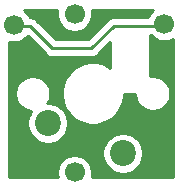
<source format=gbr>
G04 #@! TF.GenerationSoftware,KiCad,Pcbnew,(5.1.6)-1*
G04 #@! TF.CreationDate,2021-12-02T17:52:09-06:00*
G04 #@! TF.ProjectId,1u Hand Wire Helpers,31752048-616e-4642-9057-697265204865,rev?*
G04 #@! TF.SameCoordinates,Original*
G04 #@! TF.FileFunction,Copper,L2,Bot*
G04 #@! TF.FilePolarity,Positive*
%FSLAX46Y46*%
G04 Gerber Fmt 4.6, Leading zero omitted, Abs format (unit mm)*
G04 Created by KiCad (PCBNEW (5.1.6)-1) date 2021-12-02 17:52:09*
%MOMM*%
%LPD*%
G01*
G04 APERTURE LIST*
G04 #@! TA.AperFunction,ComponentPad*
%ADD10C,2.200000*%
G04 #@! TD*
G04 #@! TA.AperFunction,ComponentPad*
%ADD11C,1.700000*%
G04 #@! TD*
G04 #@! TA.AperFunction,Conductor*
%ADD12C,0.250000*%
G04 #@! TD*
G04 #@! TA.AperFunction,NonConductor*
%ADD13C,0.254000*%
G04 #@! TD*
G04 APERTURE END LIST*
D10*
X143129000Y-98679000D03*
X149479000Y-101219000D03*
D11*
X145398000Y-102834000D03*
X145398000Y-89434000D03*
X140298000Y-90334000D03*
X152998000Y-90234000D03*
D12*
X152808000Y-90424000D02*
X152998000Y-90234000D01*
X140388000Y-90424000D02*
X141605000Y-90424000D01*
X140298000Y-90334000D02*
X140388000Y-90424000D01*
X141605000Y-90424000D02*
X143510000Y-92329000D01*
X143510000Y-92329000D02*
X146812000Y-92329000D01*
X148717000Y-90424000D02*
X152808000Y-90424000D01*
X146812000Y-92329000D02*
X148717000Y-90424000D01*
D13*
G36*
X152051368Y-91387475D02*
G01*
X152294589Y-91549990D01*
X152564842Y-91661932D01*
X152851740Y-91719000D01*
X153144260Y-91719000D01*
X153431158Y-91661932D01*
X153701411Y-91549990D01*
X153747001Y-91519528D01*
X153747000Y-103201000D01*
X146839092Y-103201000D01*
X146883000Y-102980260D01*
X146883000Y-102687740D01*
X146825932Y-102400842D01*
X146713990Y-102130589D01*
X146551475Y-101887368D01*
X146344632Y-101680525D01*
X146101411Y-101518010D01*
X145831158Y-101406068D01*
X145544260Y-101349000D01*
X145251740Y-101349000D01*
X144964842Y-101406068D01*
X144694589Y-101518010D01*
X144451368Y-101680525D01*
X144244525Y-101887368D01*
X144082010Y-102130589D01*
X143970068Y-102400842D01*
X143913000Y-102687740D01*
X143913000Y-102980260D01*
X143956908Y-103201000D01*
X139877000Y-103201000D01*
X139877000Y-101048117D01*
X147744000Y-101048117D01*
X147744000Y-101389883D01*
X147810675Y-101725081D01*
X147941463Y-102040831D01*
X148131337Y-102324998D01*
X148373002Y-102566663D01*
X148657169Y-102756537D01*
X148972919Y-102887325D01*
X149308117Y-102954000D01*
X149649883Y-102954000D01*
X149985081Y-102887325D01*
X150300831Y-102756537D01*
X150584998Y-102566663D01*
X150826663Y-102324998D01*
X151016537Y-102040831D01*
X151147325Y-101725081D01*
X151214000Y-101389883D01*
X151214000Y-101048117D01*
X151147325Y-100712919D01*
X151016537Y-100397169D01*
X150826663Y-100113002D01*
X150584998Y-99871337D01*
X150300831Y-99681463D01*
X149985081Y-99550675D01*
X149649883Y-99484000D01*
X149308117Y-99484000D01*
X148972919Y-99550675D01*
X148657169Y-99681463D01*
X148373002Y-99871337D01*
X148131337Y-100113002D01*
X147941463Y-100397169D01*
X147810675Y-100712919D01*
X147744000Y-101048117D01*
X139877000Y-101048117D01*
X139877000Y-95992740D01*
X140374000Y-95992740D01*
X140374000Y-96285260D01*
X140431068Y-96572158D01*
X140543010Y-96842411D01*
X140705525Y-97085632D01*
X140912368Y-97292475D01*
X141155589Y-97454990D01*
X141425842Y-97566932D01*
X141712740Y-97624000D01*
X141747261Y-97624000D01*
X141591463Y-97857169D01*
X141460675Y-98172919D01*
X141394000Y-98508117D01*
X141394000Y-98849883D01*
X141460675Y-99185081D01*
X141591463Y-99500831D01*
X141781337Y-99784998D01*
X142023002Y-100026663D01*
X142307169Y-100216537D01*
X142622919Y-100347325D01*
X142958117Y-100414000D01*
X143299883Y-100414000D01*
X143635081Y-100347325D01*
X143950831Y-100216537D01*
X144234998Y-100026663D01*
X144476663Y-99784998D01*
X144666537Y-99500831D01*
X144797325Y-99185081D01*
X144864000Y-98849883D01*
X144864000Y-98508117D01*
X144797325Y-98172919D01*
X144666537Y-97857169D01*
X144476663Y-97573002D01*
X144234998Y-97331337D01*
X143950831Y-97141463D01*
X143635081Y-97010675D01*
X143299883Y-96944000D01*
X143107110Y-96944000D01*
X143174990Y-96842411D01*
X143286932Y-96572158D01*
X143344000Y-96285260D01*
X143344000Y-95992740D01*
X143286932Y-95705842D01*
X143174990Y-95435589D01*
X143012475Y-95192368D01*
X142805632Y-94985525D01*
X142562411Y-94823010D01*
X142292158Y-94711068D01*
X142005260Y-94654000D01*
X141712740Y-94654000D01*
X141425842Y-94711068D01*
X141155589Y-94823010D01*
X140912368Y-94985525D01*
X140705525Y-95192368D01*
X140543010Y-95435589D01*
X140431068Y-95705842D01*
X140374000Y-95992740D01*
X139877000Y-95992740D01*
X139877000Y-91764350D01*
X140151740Y-91819000D01*
X140444260Y-91819000D01*
X140731158Y-91761932D01*
X141001411Y-91649990D01*
X141244632Y-91487475D01*
X141419153Y-91312954D01*
X142946201Y-92840003D01*
X142969999Y-92869001D01*
X143085724Y-92963974D01*
X143217753Y-93034546D01*
X143361014Y-93078003D01*
X143472667Y-93089000D01*
X143472677Y-93089000D01*
X143510000Y-93092676D01*
X143547323Y-93089000D01*
X146774678Y-93089000D01*
X146812000Y-93092676D01*
X146849322Y-93089000D01*
X146849333Y-93089000D01*
X146960986Y-93078003D01*
X147104247Y-93034546D01*
X147236276Y-92963974D01*
X147352001Y-92869001D01*
X147375804Y-92839997D01*
X148413000Y-91802801D01*
X148413001Y-93954808D01*
X148187141Y-93803893D01*
X147707601Y-93605261D01*
X147198525Y-93504000D01*
X146679475Y-93504000D01*
X146170399Y-93605261D01*
X145690859Y-93803893D01*
X145259285Y-94092262D01*
X144892262Y-94459285D01*
X144603893Y-94890859D01*
X144405261Y-95370399D01*
X144304000Y-95879475D01*
X144304000Y-96398525D01*
X144405261Y-96907601D01*
X144603893Y-97387141D01*
X144892262Y-97818715D01*
X145259285Y-98185738D01*
X145690859Y-98474107D01*
X146170399Y-98672739D01*
X146679475Y-98774000D01*
X147198525Y-98774000D01*
X147707601Y-98672739D01*
X148187141Y-98474107D01*
X148618715Y-98185738D01*
X148985738Y-97818715D01*
X149274107Y-97387141D01*
X149472739Y-96907601D01*
X149574000Y-96398525D01*
X149574000Y-96189000D01*
X150534000Y-96189000D01*
X150534000Y-96285260D01*
X150591068Y-96572158D01*
X150703010Y-96842411D01*
X150865525Y-97085632D01*
X151072368Y-97292475D01*
X151315589Y-97454990D01*
X151585842Y-97566932D01*
X151872740Y-97624000D01*
X152165260Y-97624000D01*
X152452158Y-97566932D01*
X152722411Y-97454990D01*
X152965632Y-97292475D01*
X153172475Y-97085632D01*
X153334990Y-96842411D01*
X153446932Y-96572158D01*
X153504000Y-96285260D01*
X153504000Y-95992740D01*
X153446932Y-95705842D01*
X153334990Y-95435589D01*
X153172475Y-95192368D01*
X152965632Y-94985525D01*
X152722411Y-94823010D01*
X152452158Y-94711068D01*
X152165260Y-94654000D01*
X151872740Y-94654000D01*
X151815000Y-94665485D01*
X151815000Y-91346647D01*
X151818314Y-91313000D01*
X151805608Y-91184000D01*
X151847893Y-91184000D01*
X152051368Y-91387475D01*
G37*
X152051368Y-91387475D02*
X152294589Y-91549990D01*
X152564842Y-91661932D01*
X152851740Y-91719000D01*
X153144260Y-91719000D01*
X153431158Y-91661932D01*
X153701411Y-91549990D01*
X153747001Y-91519528D01*
X153747000Y-103201000D01*
X146839092Y-103201000D01*
X146883000Y-102980260D01*
X146883000Y-102687740D01*
X146825932Y-102400842D01*
X146713990Y-102130589D01*
X146551475Y-101887368D01*
X146344632Y-101680525D01*
X146101411Y-101518010D01*
X145831158Y-101406068D01*
X145544260Y-101349000D01*
X145251740Y-101349000D01*
X144964842Y-101406068D01*
X144694589Y-101518010D01*
X144451368Y-101680525D01*
X144244525Y-101887368D01*
X144082010Y-102130589D01*
X143970068Y-102400842D01*
X143913000Y-102687740D01*
X143913000Y-102980260D01*
X143956908Y-103201000D01*
X139877000Y-103201000D01*
X139877000Y-101048117D01*
X147744000Y-101048117D01*
X147744000Y-101389883D01*
X147810675Y-101725081D01*
X147941463Y-102040831D01*
X148131337Y-102324998D01*
X148373002Y-102566663D01*
X148657169Y-102756537D01*
X148972919Y-102887325D01*
X149308117Y-102954000D01*
X149649883Y-102954000D01*
X149985081Y-102887325D01*
X150300831Y-102756537D01*
X150584998Y-102566663D01*
X150826663Y-102324998D01*
X151016537Y-102040831D01*
X151147325Y-101725081D01*
X151214000Y-101389883D01*
X151214000Y-101048117D01*
X151147325Y-100712919D01*
X151016537Y-100397169D01*
X150826663Y-100113002D01*
X150584998Y-99871337D01*
X150300831Y-99681463D01*
X149985081Y-99550675D01*
X149649883Y-99484000D01*
X149308117Y-99484000D01*
X148972919Y-99550675D01*
X148657169Y-99681463D01*
X148373002Y-99871337D01*
X148131337Y-100113002D01*
X147941463Y-100397169D01*
X147810675Y-100712919D01*
X147744000Y-101048117D01*
X139877000Y-101048117D01*
X139877000Y-95992740D01*
X140374000Y-95992740D01*
X140374000Y-96285260D01*
X140431068Y-96572158D01*
X140543010Y-96842411D01*
X140705525Y-97085632D01*
X140912368Y-97292475D01*
X141155589Y-97454990D01*
X141425842Y-97566932D01*
X141712740Y-97624000D01*
X141747261Y-97624000D01*
X141591463Y-97857169D01*
X141460675Y-98172919D01*
X141394000Y-98508117D01*
X141394000Y-98849883D01*
X141460675Y-99185081D01*
X141591463Y-99500831D01*
X141781337Y-99784998D01*
X142023002Y-100026663D01*
X142307169Y-100216537D01*
X142622919Y-100347325D01*
X142958117Y-100414000D01*
X143299883Y-100414000D01*
X143635081Y-100347325D01*
X143950831Y-100216537D01*
X144234998Y-100026663D01*
X144476663Y-99784998D01*
X144666537Y-99500831D01*
X144797325Y-99185081D01*
X144864000Y-98849883D01*
X144864000Y-98508117D01*
X144797325Y-98172919D01*
X144666537Y-97857169D01*
X144476663Y-97573002D01*
X144234998Y-97331337D01*
X143950831Y-97141463D01*
X143635081Y-97010675D01*
X143299883Y-96944000D01*
X143107110Y-96944000D01*
X143174990Y-96842411D01*
X143286932Y-96572158D01*
X143344000Y-96285260D01*
X143344000Y-95992740D01*
X143286932Y-95705842D01*
X143174990Y-95435589D01*
X143012475Y-95192368D01*
X142805632Y-94985525D01*
X142562411Y-94823010D01*
X142292158Y-94711068D01*
X142005260Y-94654000D01*
X141712740Y-94654000D01*
X141425842Y-94711068D01*
X141155589Y-94823010D01*
X140912368Y-94985525D01*
X140705525Y-95192368D01*
X140543010Y-95435589D01*
X140431068Y-95705842D01*
X140374000Y-95992740D01*
X139877000Y-95992740D01*
X139877000Y-91764350D01*
X140151740Y-91819000D01*
X140444260Y-91819000D01*
X140731158Y-91761932D01*
X141001411Y-91649990D01*
X141244632Y-91487475D01*
X141419153Y-91312954D01*
X142946201Y-92840003D01*
X142969999Y-92869001D01*
X143085724Y-92963974D01*
X143217753Y-93034546D01*
X143361014Y-93078003D01*
X143472667Y-93089000D01*
X143472677Y-93089000D01*
X143510000Y-93092676D01*
X143547323Y-93089000D01*
X146774678Y-93089000D01*
X146812000Y-93092676D01*
X146849322Y-93089000D01*
X146849333Y-93089000D01*
X146960986Y-93078003D01*
X147104247Y-93034546D01*
X147236276Y-92963974D01*
X147352001Y-92869001D01*
X147375804Y-92839997D01*
X148413000Y-91802801D01*
X148413001Y-93954808D01*
X148187141Y-93803893D01*
X147707601Y-93605261D01*
X147198525Y-93504000D01*
X146679475Y-93504000D01*
X146170399Y-93605261D01*
X145690859Y-93803893D01*
X145259285Y-94092262D01*
X144892262Y-94459285D01*
X144603893Y-94890859D01*
X144405261Y-95370399D01*
X144304000Y-95879475D01*
X144304000Y-96398525D01*
X144405261Y-96907601D01*
X144603893Y-97387141D01*
X144892262Y-97818715D01*
X145259285Y-98185738D01*
X145690859Y-98474107D01*
X146170399Y-98672739D01*
X146679475Y-98774000D01*
X147198525Y-98774000D01*
X147707601Y-98672739D01*
X148187141Y-98474107D01*
X148618715Y-98185738D01*
X148985738Y-97818715D01*
X149274107Y-97387141D01*
X149472739Y-96907601D01*
X149574000Y-96398525D01*
X149574000Y-96189000D01*
X150534000Y-96189000D01*
X150534000Y-96285260D01*
X150591068Y-96572158D01*
X150703010Y-96842411D01*
X150865525Y-97085632D01*
X151072368Y-97292475D01*
X151315589Y-97454990D01*
X151585842Y-97566932D01*
X151872740Y-97624000D01*
X152165260Y-97624000D01*
X152452158Y-97566932D01*
X152722411Y-97454990D01*
X152965632Y-97292475D01*
X153172475Y-97085632D01*
X153334990Y-96842411D01*
X153446932Y-96572158D01*
X153504000Y-96285260D01*
X153504000Y-95992740D01*
X153446932Y-95705842D01*
X153334990Y-95435589D01*
X153172475Y-95192368D01*
X152965632Y-94985525D01*
X152722411Y-94823010D01*
X152452158Y-94711068D01*
X152165260Y-94654000D01*
X151872740Y-94654000D01*
X151815000Y-94665485D01*
X151815000Y-91346647D01*
X151818314Y-91313000D01*
X151805608Y-91184000D01*
X151847893Y-91184000D01*
X152051368Y-91387475D01*
G36*
X143913000Y-89287740D02*
G01*
X143913000Y-89580260D01*
X143970068Y-89867158D01*
X144082010Y-90137411D01*
X144244525Y-90380632D01*
X144451368Y-90587475D01*
X144694589Y-90749990D01*
X144964842Y-90861932D01*
X145251740Y-90919000D01*
X145544260Y-90919000D01*
X145831158Y-90861932D01*
X146101411Y-90749990D01*
X146344632Y-90587475D01*
X146551475Y-90380632D01*
X146713990Y-90137411D01*
X146825932Y-89867158D01*
X146883000Y-89580260D01*
X146883000Y-89287740D01*
X146841081Y-89077000D01*
X152056644Y-89077000D01*
X152051368Y-89080525D01*
X151844525Y-89287368D01*
X151682010Y-89530589D01*
X151626750Y-89664000D01*
X148754323Y-89664000D01*
X148717000Y-89660324D01*
X148679677Y-89664000D01*
X148679667Y-89664000D01*
X148568014Y-89674997D01*
X148424753Y-89718454D01*
X148292724Y-89789026D01*
X148176999Y-89883999D01*
X148153201Y-89912997D01*
X146497199Y-91569000D01*
X143824802Y-91569000D01*
X142168804Y-89913003D01*
X142145001Y-89883999D01*
X142029276Y-89789026D01*
X141897247Y-89718454D01*
X141753986Y-89674997D01*
X141642333Y-89664000D01*
X141642322Y-89664000D01*
X141627213Y-89662512D01*
X141613990Y-89630589D01*
X141451475Y-89387368D01*
X141244632Y-89180525D01*
X141089696Y-89077000D01*
X143954919Y-89077000D01*
X143913000Y-89287740D01*
G37*
X143913000Y-89287740D02*
X143913000Y-89580260D01*
X143970068Y-89867158D01*
X144082010Y-90137411D01*
X144244525Y-90380632D01*
X144451368Y-90587475D01*
X144694589Y-90749990D01*
X144964842Y-90861932D01*
X145251740Y-90919000D01*
X145544260Y-90919000D01*
X145831158Y-90861932D01*
X146101411Y-90749990D01*
X146344632Y-90587475D01*
X146551475Y-90380632D01*
X146713990Y-90137411D01*
X146825932Y-89867158D01*
X146883000Y-89580260D01*
X146883000Y-89287740D01*
X146841081Y-89077000D01*
X152056644Y-89077000D01*
X152051368Y-89080525D01*
X151844525Y-89287368D01*
X151682010Y-89530589D01*
X151626750Y-89664000D01*
X148754323Y-89664000D01*
X148717000Y-89660324D01*
X148679677Y-89664000D01*
X148679667Y-89664000D01*
X148568014Y-89674997D01*
X148424753Y-89718454D01*
X148292724Y-89789026D01*
X148176999Y-89883999D01*
X148153201Y-89912997D01*
X146497199Y-91569000D01*
X143824802Y-91569000D01*
X142168804Y-89913003D01*
X142145001Y-89883999D01*
X142029276Y-89789026D01*
X141897247Y-89718454D01*
X141753986Y-89674997D01*
X141642333Y-89664000D01*
X141642322Y-89664000D01*
X141627213Y-89662512D01*
X141613990Y-89630589D01*
X141451475Y-89387368D01*
X141244632Y-89180525D01*
X141089696Y-89077000D01*
X143954919Y-89077000D01*
X143913000Y-89287740D01*
M02*

</source>
